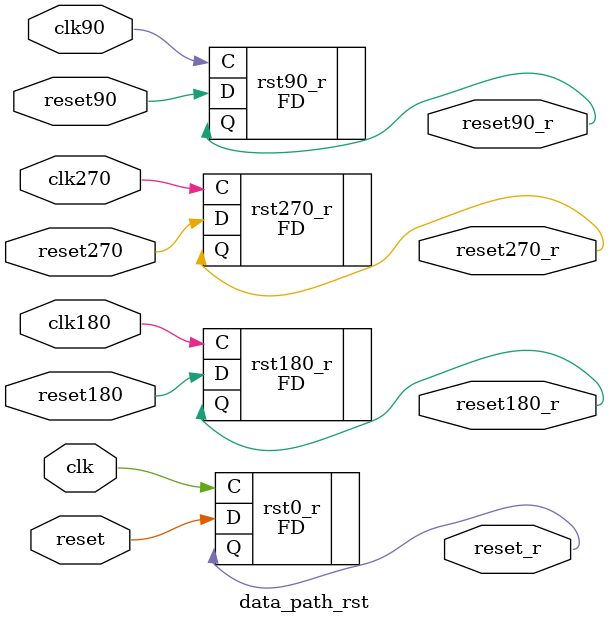
<source format=v>
`timescale 1ns/100ps //added by sailaja

module data_path_rst
   (
     //inputs
     clk,
     clk90,
  clk180,
  clk270,
     reset,
     reset90,
     reset180,
     reset270,
     //outputs
     reset_r,
     reset90_r,
     reset180_r,
     reset270_r
     );

//Input/Output declarations
input     clk;
input     clk90;
input     reset;
input     reset90;
input     reset180;
input     reset270;
  input clk180;
  input clk270;

output    reset_r;
output    reset90_r;
output    reset180_r;
output    reset270_r;


// ********************************
//  generation of clk180 and clk270
// *********************************




//***********************************************************************
// Reset flip-flops
//***********************************************************************

FD  rst0_r (
            .Q(reset_r),
            .C(clk),
            .D(reset)
            );

FD rst90_r (
            .Q(reset90_r),
            .C(clk90),
            .D(reset90)
            );

FD rst180_r (
             .Q(reset180_r),
             .C(clk180),
             .D(reset180)
             );

FD rst270_r (
             .Q(reset270_r),
             .C(clk270),
             .D(reset270)
             );

endmodule


























































































































































































































































































































































































































































































































































































































































































































































</source>
